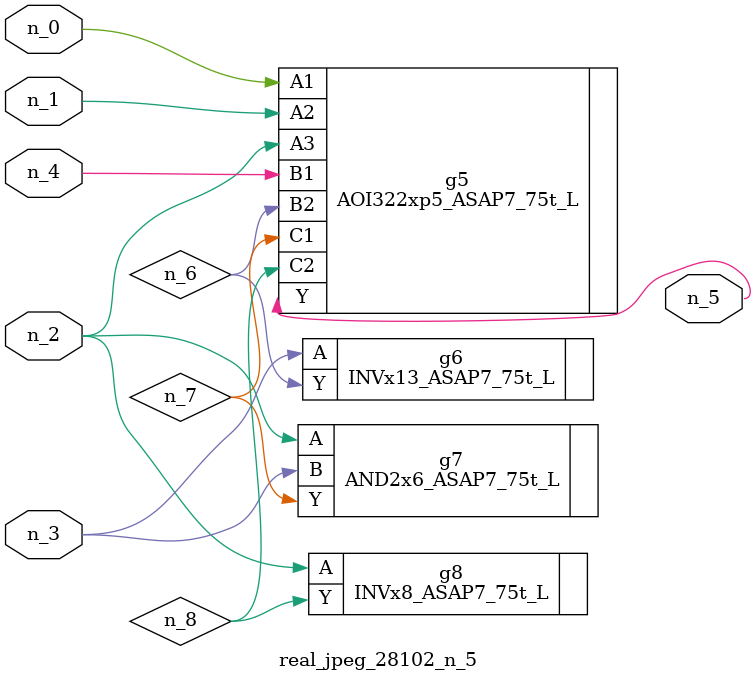
<source format=v>
module real_jpeg_28102_n_5 (n_4, n_0, n_1, n_2, n_3, n_5);

input n_4;
input n_0;
input n_1;
input n_2;
input n_3;

output n_5;

wire n_8;
wire n_6;
wire n_7;

AOI322xp5_ASAP7_75t_L g5 ( 
.A1(n_0),
.A2(n_1),
.A3(n_2),
.B1(n_4),
.B2(n_6),
.C1(n_7),
.C2(n_8),
.Y(n_5)
);

AND2x6_ASAP7_75t_L g7 ( 
.A(n_2),
.B(n_3),
.Y(n_7)
);

INVx8_ASAP7_75t_L g8 ( 
.A(n_2),
.Y(n_8)
);

INVx13_ASAP7_75t_L g6 ( 
.A(n_3),
.Y(n_6)
);


endmodule
</source>
